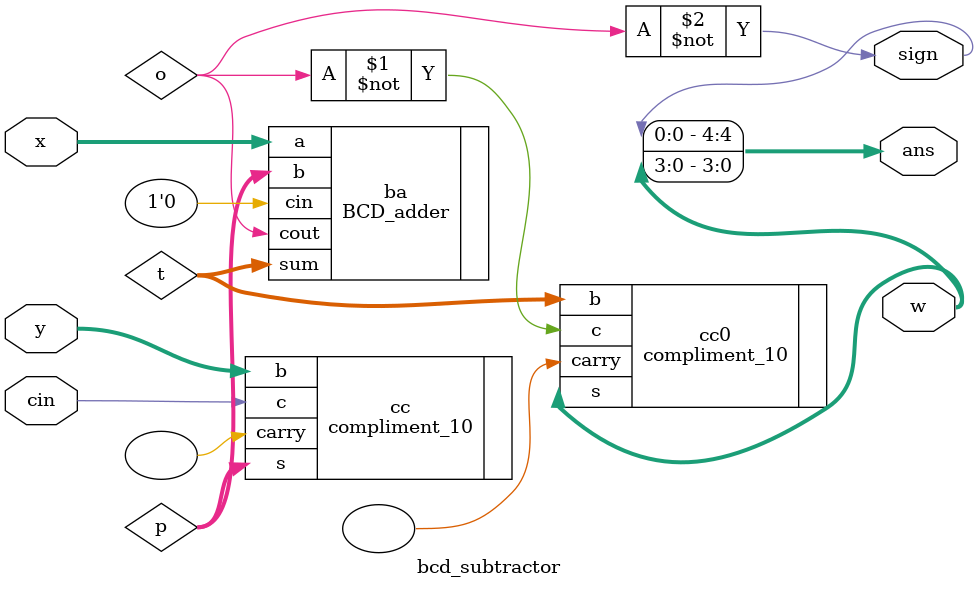
<source format=v>
`timescale 1ns / 1ps


module bcd_subtractor(
input [3:0] x,y,
input cin,
output [3:0] w,
output sign,
output [4:0] ans
    );

wire [3:0] p;    
compliment_10 cc (
    .b(y),
    .c(cin),
    .carry(),
    .s(p)
    );

wire [3:0] t;
wire o;
BCD_adder ba (
    .a(x),
    .b(p),
    .cin(1'b0),
    .sum(t),
    .cout(o)
    );  
      
compliment_10 cc0 (
    .b(t),
    .c(~o),
    .carry(),
    .s(w)
    );
assign sign = ~o;    
assign ans = {sign,w};
endmodule

</source>
